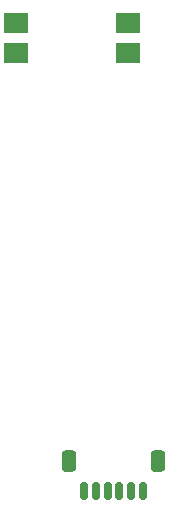
<source format=gbr>
%TF.GenerationSoftware,KiCad,Pcbnew,8.0.4*%
%TF.CreationDate,2024-08-15T17:47:52+02:00*%
%TF.ProjectId,Fingerprint_doorbell,46696e67-6572-4707-9269-6e745f646f6f,rev?*%
%TF.SameCoordinates,Original*%
%TF.FileFunction,Paste,Top*%
%TF.FilePolarity,Positive*%
%FSLAX46Y46*%
G04 Gerber Fmt 4.6, Leading zero omitted, Abs format (unit mm)*
G04 Created by KiCad (PCBNEW 8.0.4) date 2024-08-15 17:47:52*
%MOMM*%
%LPD*%
G01*
G04 APERTURE LIST*
G04 Aperture macros list*
%AMRoundRect*
0 Rectangle with rounded corners*
0 $1 Rounding radius*
0 $2 $3 $4 $5 $6 $7 $8 $9 X,Y pos of 4 corners*
0 Add a 4 corners polygon primitive as box body*
4,1,4,$2,$3,$4,$5,$6,$7,$8,$9,$2,$3,0*
0 Add four circle primitives for the rounded corners*
1,1,$1+$1,$2,$3*
1,1,$1+$1,$4,$5*
1,1,$1+$1,$6,$7*
1,1,$1+$1,$8,$9*
0 Add four rect primitives between the rounded corners*
20,1,$1+$1,$2,$3,$4,$5,0*
20,1,$1+$1,$4,$5,$6,$7,0*
20,1,$1+$1,$6,$7,$8,$9,0*
20,1,$1+$1,$8,$9,$2,$3,0*%
G04 Aperture macros list end*
%ADD10R,2.000000X1.780000*%
%ADD11RoundRect,0.250000X-0.350000X-0.650000X0.350000X-0.650000X0.350000X0.650000X-0.350000X0.650000X0*%
%ADD12RoundRect,0.150000X-0.150000X-0.625000X0.150000X-0.625000X0.150000X0.625000X-0.150000X0.625000X0*%
G04 APERTURE END LIST*
D10*
%TO.C,U2*%
X64235000Y-50730000D03*
X64235000Y-53270000D03*
X73765000Y-53270000D03*
X73765000Y-50730000D03*
%TD*%
D11*
%TO.C,J1*%
X76300000Y-87800000D03*
X68700000Y-87800000D03*
D12*
X75000000Y-90325000D03*
X74000000Y-90325000D03*
X73000000Y-90325000D03*
X72000000Y-90325000D03*
X71000000Y-90325000D03*
X70000000Y-90325000D03*
%TD*%
M02*

</source>
